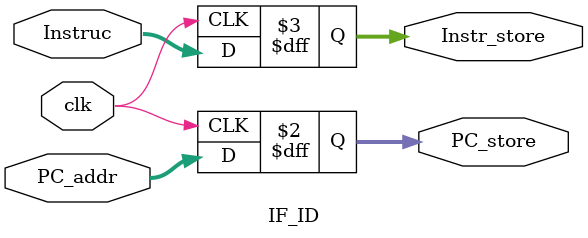
<source format=v>
module IF_ID
(
    input clk,
    input [63:0] PC_addr,
    input [31:0] Instruc,
    output reg [63:0] PC_store,
    output reg [31:0] Instr_store
);
always @(negedge clk) begin
    PC_store = PC_addr;
    Instr_store = Instruc;
end
endmodule 
</source>
